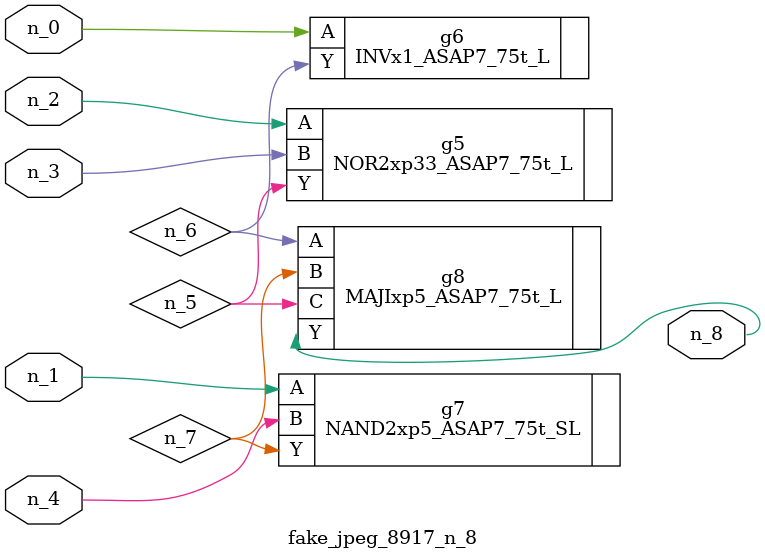
<source format=v>
module fake_jpeg_8917_n_8 (n_3, n_2, n_1, n_0, n_4, n_8);

input n_3;
input n_2;
input n_1;
input n_0;
input n_4;

output n_8;

wire n_6;
wire n_5;
wire n_7;

NOR2xp33_ASAP7_75t_L g5 ( 
.A(n_2),
.B(n_3),
.Y(n_5)
);

INVx1_ASAP7_75t_L g6 ( 
.A(n_0),
.Y(n_6)
);

NAND2xp5_ASAP7_75t_SL g7 ( 
.A(n_1),
.B(n_4),
.Y(n_7)
);

MAJIxp5_ASAP7_75t_L g8 ( 
.A(n_6),
.B(n_7),
.C(n_5),
.Y(n_8)
);


endmodule
</source>
